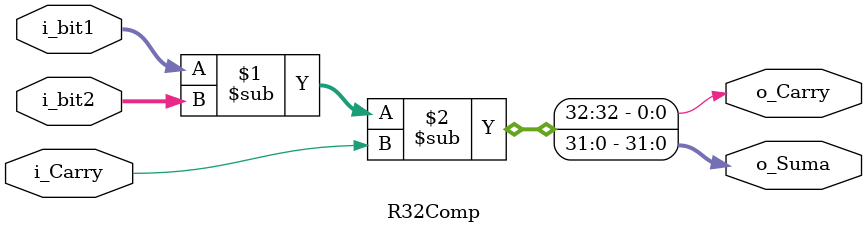
<source format=v>
module R32Comp (
input [31:0] i_bit1,
input [31:0] i_bit2,
input i_Carry,
output [31:0] o_Suma,
output o_Carry
);
assign {o_Carry, o_Suma} = i_bit1 - i_bit2 - i_Carry;

endmodule

</source>
